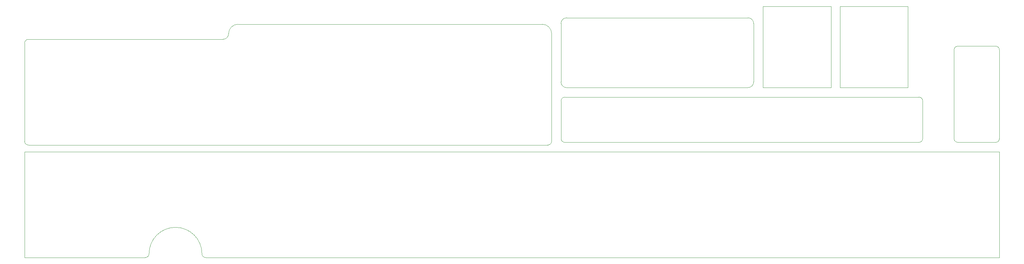
<source format=gbr>
%TF.GenerationSoftware,KiCad,Pcbnew,(6.0.5)*%
%TF.CreationDate,2022-07-01T10:57:45+02:00*%
%TF.ProjectId,clarinoid-bodytest,636c6172-696e-46f6-9964-2d626f647974,rev?*%
%TF.SameCoordinates,Original*%
%TF.FileFunction,Profile,NP*%
%FSLAX46Y46*%
G04 Gerber Fmt 4.6, Leading zero omitted, Abs format (unit mm)*
G04 Created by KiCad (PCBNEW (6.0.5)) date 2022-07-01 10:57:45*
%MOMM*%
%LPD*%
G01*
G04 APERTURE LIST*
%TA.AperFunction,Profile*%
%ADD10C,0.100000*%
%TD*%
G04 APERTURE END LIST*
D10*
X-42339196Y-190197034D02*
G75*
G03*
X-43339196Y-189197034I-999999J1D01*
G01*
X-53339196Y-189197020D02*
G75*
G03*
X-54339196Y-190197034I7J-1000007D01*
G01*
X-43339196Y-214697034D02*
G75*
G03*
X-42339196Y-213697034I1J999999D01*
G01*
X-42339196Y-190197034D02*
X-42339196Y-213697034D01*
X-54339196Y-213697034D02*
X-54339196Y-190197034D01*
X-54339196Y-213697034D02*
G75*
G03*
X-53339196Y-214697034I1000007J7D01*
G01*
X-43339196Y-214697034D02*
X-53339196Y-214697034D01*
X-53339196Y-189197034D02*
X-43339196Y-189197034D01*
X-86876207Y-200192523D02*
X-104876207Y-200192523D01*
X-104876207Y-200192523D02*
X-104876207Y-178692523D01*
X-104876207Y-178692523D02*
X-86876207Y-178692523D01*
X-86876207Y-178692523D02*
X-86876207Y-200192523D01*
X-62639196Y-203697034D02*
X-62639196Y-213697034D01*
X-42339196Y-217197034D02*
X-42339196Y-245197034D01*
X-243839196Y-183397034D02*
X-163339196Y-183397034D01*
X-158376207Y-198692523D02*
X-158376207Y-183192523D01*
X-268394196Y-245197034D02*
G75*
G03*
X-267394196Y-244197034I1J999999D01*
G01*
X-300339196Y-217197034D02*
X-42339196Y-217197034D01*
X-300339196Y-214397034D02*
G75*
G03*
X-299339196Y-215397034I999999J-1D01*
G01*
X-268394196Y-245197034D02*
X-300339196Y-245197034D01*
X-160839196Y-214397034D02*
X-160839196Y-185897034D01*
X-157339196Y-202697034D02*
X-63639196Y-202697034D01*
X-158376207Y-198692523D02*
G75*
G03*
X-156876207Y-200192523I1500001J1D01*
G01*
X-66539196Y-200197034D02*
X-84539196Y-200197034D01*
X-84539196Y-200197034D02*
X-84539196Y-178697034D01*
X-84539196Y-178697034D02*
X-66539196Y-178697034D01*
X-66539196Y-178697034D02*
X-66539196Y-200197034D01*
X-107376207Y-183192523D02*
X-107376207Y-198692523D01*
X-247839196Y-187397034D02*
G75*
G03*
X-246339196Y-185897034I-1J1500001D01*
G01*
X-157339196Y-202697034D02*
G75*
G03*
X-158339196Y-203697034I-1J-999999D01*
G01*
X-158339196Y-213697034D02*
X-158339196Y-203697034D01*
X-300339196Y-245197034D02*
X-300339196Y-217197034D01*
X-246339196Y-185897034D02*
X-246339196Y-185897034D01*
X-107376207Y-183192523D02*
G75*
G03*
X-108876207Y-181692523I-1500001J-1D01*
G01*
X-158339196Y-213697034D02*
G75*
G03*
X-157339196Y-214697034I999999J-1D01*
G01*
X-42339196Y-245197034D02*
X-252394196Y-245197034D01*
X-243839196Y-183397034D02*
G75*
G03*
X-246339196Y-185897034I0J-2500000D01*
G01*
X-160839196Y-185897034D02*
G75*
G03*
X-163339196Y-183397034I-2500000J0D01*
G01*
X-299339196Y-187397034D02*
X-247839196Y-187397034D01*
X-62639196Y-203697034D02*
G75*
G03*
X-63639196Y-202697034I-999999J1D01*
G01*
X-156876207Y-181692523D02*
G75*
G03*
X-158376207Y-183192523I1J-1500001D01*
G01*
X-161839196Y-215397034D02*
X-299339196Y-215397034D01*
X-253394196Y-244197034D02*
G75*
G03*
X-252394196Y-245197034I999999J-1D01*
G01*
X-300339196Y-214397034D02*
X-300339196Y-188397034D01*
X-156876207Y-181692523D02*
X-108876207Y-181692523D01*
X-161839196Y-215397034D02*
G75*
G03*
X-160839196Y-214397034I1J999999D01*
G01*
X-108876207Y-200192523D02*
X-156876207Y-200192523D01*
X-108876207Y-200192523D02*
G75*
G03*
X-107376207Y-198692523I-1J1500001D01*
G01*
X-63639196Y-214697034D02*
X-157339196Y-214697034D01*
X-63639196Y-214697034D02*
G75*
G03*
X-62639196Y-213697034I1J999999D01*
G01*
X-299339196Y-187397034D02*
G75*
G03*
X-300339196Y-188397034I-1J-999999D01*
G01*
X-253394196Y-244197034D02*
G75*
G03*
X-267394196Y-244197034I-7000000J0D01*
G01*
M02*

</source>
